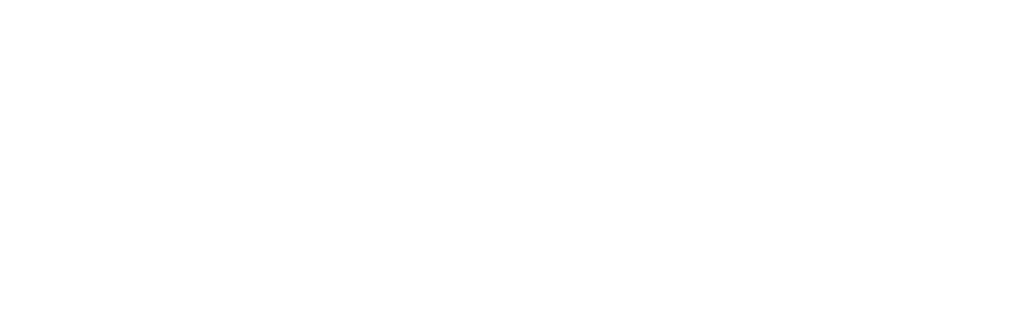
<source format=kicad_pcb>
(kicad_pcb (version 20240108) (generator pcbnew)
  (layers (0 "F.Cu" signal) (31 "B.Cu" signal) (34 "B.Paste" user) (35 "F.Paste" user) (36 "B.SilkS" user "B.Silkscreen") (37 "F.SilkS" user "F.Silkscreen") (38 "B.Mask" user) (39 "F.Mask" user) (44 "Edge.Cuts" user))
  (net 0 "")
  (footprint "MountingHole_6.4mm_M6_DIN965_Pad" (layer "F.Cu") (at 0 0)
    (property "Reference" "REF**")
    (property "Value" "MountingHole_6.4mm_M6_DIN965_Pad")
    (pad "1" thru_hole circle (at 0 0) (size 11 11) (drill 6.4) (layers *.Cu *.Mask) (remove_unused_layers))
  )
)
</source>
